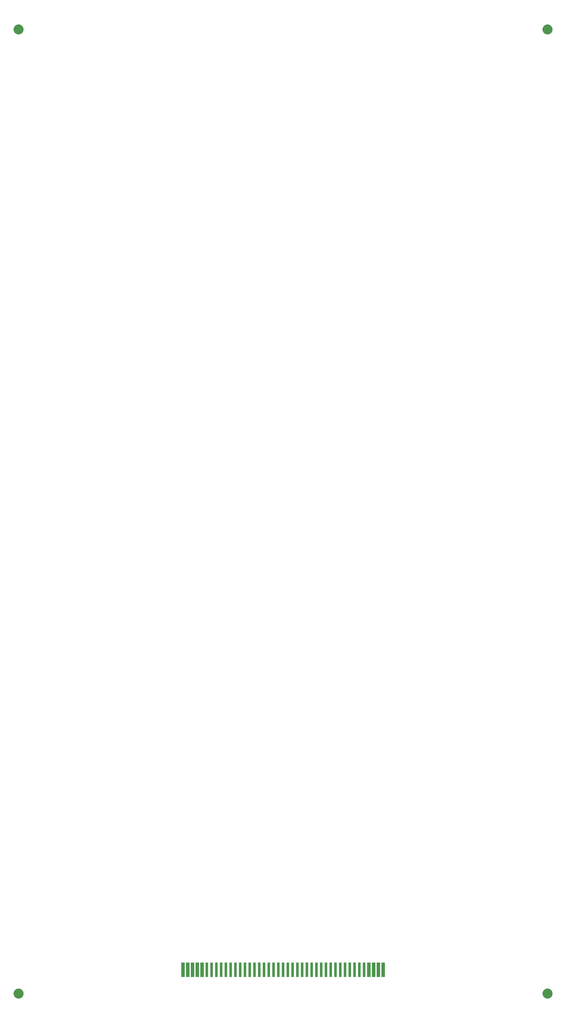
<source format=gbr>
G04 #@! TF.GenerationSoftware,KiCad,Pcbnew,(5.1.5)-3*
G04 #@! TF.CreationDate,2021-05-26T21:19:59-06:00*
G04 #@! TF.ProjectId,star_wars_arcade_main_pcb,73746172-5f77-4617-9273-5f6172636164,rev?*
G04 #@! TF.SameCoordinates,Original*
G04 #@! TF.FileFunction,Soldermask,Bot*
G04 #@! TF.FilePolarity,Negative*
%FSLAX46Y46*%
G04 Gerber Fmt 4.6, Leading zero omitted, Abs format (unit mm)*
G04 Created by KiCad (PCBNEW (5.1.5)-3) date 2021-05-26 21:19:59*
%MOMM*%
%LPD*%
G04 APERTURE LIST*
%ADD10C,0.100000*%
G04 APERTURE END LIST*
D10*
G36*
X311924288Y-551167510D02*
G01*
X312407376Y-551367612D01*
X312407377Y-551367613D01*
X312842145Y-551658115D01*
X313211885Y-552027855D01*
X313405992Y-552318358D01*
X313502388Y-552462624D01*
X313702490Y-552945712D01*
X313804500Y-553458553D01*
X313804500Y-553981447D01*
X313702490Y-554494288D01*
X313502388Y-554977376D01*
X313502387Y-554977377D01*
X313211885Y-555412145D01*
X312842145Y-555781885D01*
X312551642Y-555975992D01*
X312407376Y-556072388D01*
X311924288Y-556272490D01*
X311411447Y-556374500D01*
X310888553Y-556374500D01*
X310375712Y-556272490D01*
X309892624Y-556072388D01*
X309748358Y-555975992D01*
X309457855Y-555781885D01*
X309088115Y-555412145D01*
X308797613Y-554977377D01*
X308797612Y-554977376D01*
X308597510Y-554494288D01*
X308495500Y-553981447D01*
X308495500Y-553458553D01*
X308597510Y-552945712D01*
X308797612Y-552462624D01*
X308894008Y-552318358D01*
X309088115Y-552027855D01*
X309457855Y-551658115D01*
X309892623Y-551367613D01*
X309892624Y-551367612D01*
X310375712Y-551167510D01*
X310888553Y-551065500D01*
X311411447Y-551065500D01*
X311924288Y-551167510D01*
G37*
G36*
X29984288Y-551167510D02*
G01*
X30467376Y-551367612D01*
X30467377Y-551367613D01*
X30902145Y-551658115D01*
X31271885Y-552027855D01*
X31465992Y-552318358D01*
X31562388Y-552462624D01*
X31762490Y-552945712D01*
X31864500Y-553458553D01*
X31864500Y-553981447D01*
X31762490Y-554494288D01*
X31562388Y-554977376D01*
X31562387Y-554977377D01*
X31271885Y-555412145D01*
X30902145Y-555781885D01*
X30611642Y-555975992D01*
X30467376Y-556072388D01*
X29984288Y-556272490D01*
X29471447Y-556374500D01*
X28948553Y-556374500D01*
X28435712Y-556272490D01*
X27952624Y-556072388D01*
X27808358Y-555975992D01*
X27517855Y-555781885D01*
X27148115Y-555412145D01*
X26857613Y-554977377D01*
X26857612Y-554977376D01*
X26657510Y-554494288D01*
X26555500Y-553981447D01*
X26555500Y-553458553D01*
X26657510Y-552945712D01*
X26857612Y-552462624D01*
X26954008Y-552318358D01*
X27148115Y-552027855D01*
X27517855Y-551658115D01*
X27952623Y-551367613D01*
X27952624Y-551367612D01*
X28435712Y-551167510D01*
X28948553Y-551065500D01*
X29471447Y-551065500D01*
X29984288Y-551167510D01*
G37*
G36*
X150546000Y-544881000D02*
G01*
X149174000Y-544881000D01*
X149174000Y-537159000D01*
X150546000Y-537159000D01*
X150546000Y-544881000D01*
G37*
G36*
X148006000Y-544881000D02*
G01*
X146634000Y-544881000D01*
X146634000Y-537159000D01*
X148006000Y-537159000D01*
X148006000Y-544881000D01*
G37*
G36*
X173406000Y-544881000D02*
G01*
X172034000Y-544881000D01*
X172034000Y-537159000D01*
X173406000Y-537159000D01*
X173406000Y-544881000D01*
G37*
G36*
X170866000Y-544881000D02*
G01*
X169494000Y-544881000D01*
X169494000Y-537159000D01*
X170866000Y-537159000D01*
X170866000Y-544881000D01*
G37*
G36*
X168326000Y-544881000D02*
G01*
X166954000Y-544881000D01*
X166954000Y-537159000D01*
X168326000Y-537159000D01*
X168326000Y-544881000D01*
G37*
G36*
X165786000Y-544881000D02*
G01*
X164414000Y-544881000D01*
X164414000Y-537159000D01*
X165786000Y-537159000D01*
X165786000Y-544881000D01*
G37*
G36*
X163246000Y-544881000D02*
G01*
X161874000Y-544881000D01*
X161874000Y-537159000D01*
X163246000Y-537159000D01*
X163246000Y-544881000D01*
G37*
G36*
X160706000Y-544881000D02*
G01*
X159334000Y-544881000D01*
X159334000Y-537159000D01*
X160706000Y-537159000D01*
X160706000Y-544881000D01*
G37*
G36*
X158166000Y-544881000D02*
G01*
X156794000Y-544881000D01*
X156794000Y-537159000D01*
X158166000Y-537159000D01*
X158166000Y-544881000D01*
G37*
G36*
X155626000Y-544881000D02*
G01*
X154254000Y-544881000D01*
X154254000Y-537159000D01*
X155626000Y-537159000D01*
X155626000Y-544881000D01*
G37*
G36*
X153086000Y-544881000D02*
G01*
X151714000Y-544881000D01*
X151714000Y-537159000D01*
X153086000Y-537159000D01*
X153086000Y-544881000D01*
G37*
G36*
X122860000Y-544881000D02*
G01*
X120980000Y-544881000D01*
X120980000Y-537159000D01*
X122860000Y-537159000D01*
X122860000Y-544881000D01*
G37*
G36*
X175946000Y-544881000D02*
G01*
X174574000Y-544881000D01*
X174574000Y-537159000D01*
X175946000Y-537159000D01*
X175946000Y-544881000D01*
G37*
G36*
X145466000Y-544881000D02*
G01*
X144094000Y-544881000D01*
X144094000Y-537159000D01*
X145466000Y-537159000D01*
X145466000Y-544881000D01*
G37*
G36*
X142926000Y-544881000D02*
G01*
X141554000Y-544881000D01*
X141554000Y-537159000D01*
X142926000Y-537159000D01*
X142926000Y-544881000D01*
G37*
G36*
X140386000Y-544881000D02*
G01*
X139014000Y-544881000D01*
X139014000Y-537159000D01*
X140386000Y-537159000D01*
X140386000Y-544881000D01*
G37*
G36*
X137846000Y-544881000D02*
G01*
X136474000Y-544881000D01*
X136474000Y-537159000D01*
X137846000Y-537159000D01*
X137846000Y-544881000D01*
G37*
G36*
X135306000Y-544881000D02*
G01*
X133934000Y-544881000D01*
X133934000Y-537159000D01*
X135306000Y-537159000D01*
X135306000Y-544881000D01*
G37*
G36*
X132766000Y-544881000D02*
G01*
X131394000Y-544881000D01*
X131394000Y-537159000D01*
X132766000Y-537159000D01*
X132766000Y-544881000D01*
G37*
G36*
X130226000Y-544881000D02*
G01*
X128854000Y-544881000D01*
X128854000Y-537159000D01*
X130226000Y-537159000D01*
X130226000Y-544881000D01*
G37*
G36*
X127940000Y-544881000D02*
G01*
X126060000Y-544881000D01*
X126060000Y-537159000D01*
X127940000Y-537159000D01*
X127940000Y-544881000D01*
G37*
G36*
X125400000Y-544881000D02*
G01*
X123520000Y-544881000D01*
X123520000Y-537159000D01*
X125400000Y-537159000D01*
X125400000Y-544881000D01*
G37*
G36*
X208966000Y-544881000D02*
G01*
X207594000Y-544881000D01*
X207594000Y-537159000D01*
X208966000Y-537159000D01*
X208966000Y-544881000D01*
G37*
G36*
X203886000Y-544881000D02*
G01*
X202514000Y-544881000D01*
X202514000Y-537159000D01*
X203886000Y-537159000D01*
X203886000Y-544881000D01*
G37*
G36*
X117780000Y-544881000D02*
G01*
X115900000Y-544881000D01*
X115900000Y-537159000D01*
X117780000Y-537159000D01*
X117780000Y-544881000D01*
G37*
G36*
X181026000Y-544881000D02*
G01*
X179654000Y-544881000D01*
X179654000Y-537159000D01*
X181026000Y-537159000D01*
X181026000Y-544881000D01*
G37*
G36*
X183566000Y-544881000D02*
G01*
X182194000Y-544881000D01*
X182194000Y-537159000D01*
X183566000Y-537159000D01*
X183566000Y-544881000D01*
G37*
G36*
X186106000Y-544881000D02*
G01*
X184734000Y-544881000D01*
X184734000Y-537159000D01*
X186106000Y-537159000D01*
X186106000Y-544881000D01*
G37*
G36*
X188646000Y-544881000D02*
G01*
X187274000Y-544881000D01*
X187274000Y-537159000D01*
X188646000Y-537159000D01*
X188646000Y-544881000D01*
G37*
G36*
X191186000Y-544881000D02*
G01*
X189814000Y-544881000D01*
X189814000Y-537159000D01*
X191186000Y-537159000D01*
X191186000Y-544881000D01*
G37*
G36*
X193726000Y-544881000D02*
G01*
X192354000Y-544881000D01*
X192354000Y-537159000D01*
X193726000Y-537159000D01*
X193726000Y-544881000D01*
G37*
G36*
X196266000Y-544881000D02*
G01*
X194894000Y-544881000D01*
X194894000Y-537159000D01*
X196266000Y-537159000D01*
X196266000Y-544881000D01*
G37*
G36*
X198806000Y-544881000D02*
G01*
X197434000Y-544881000D01*
X197434000Y-537159000D01*
X198806000Y-537159000D01*
X198806000Y-544881000D01*
G37*
G36*
X201346000Y-544881000D02*
G01*
X199974000Y-544881000D01*
X199974000Y-537159000D01*
X201346000Y-537159000D01*
X201346000Y-544881000D01*
G37*
G36*
X120320000Y-544881000D02*
G01*
X118440000Y-544881000D01*
X118440000Y-537159000D01*
X120320000Y-537159000D01*
X120320000Y-544881000D01*
G37*
G36*
X206426000Y-544881000D02*
G01*
X205054000Y-544881000D01*
X205054000Y-537159000D01*
X206426000Y-537159000D01*
X206426000Y-544881000D01*
G37*
G36*
X224460000Y-544881000D02*
G01*
X222580000Y-544881000D01*
X222580000Y-537159000D01*
X224460000Y-537159000D01*
X224460000Y-544881000D01*
G37*
G36*
X221920000Y-544881000D02*
G01*
X220040000Y-544881000D01*
X220040000Y-537159000D01*
X221920000Y-537159000D01*
X221920000Y-544881000D01*
G37*
G36*
X219380000Y-544881000D02*
G01*
X217500000Y-544881000D01*
X217500000Y-537159000D01*
X219380000Y-537159000D01*
X219380000Y-544881000D01*
G37*
G36*
X216840000Y-544881000D02*
G01*
X214960000Y-544881000D01*
X214960000Y-537159000D01*
X216840000Y-537159000D01*
X216840000Y-544881000D01*
G37*
G36*
X214046000Y-544881000D02*
G01*
X212674000Y-544881000D01*
X212674000Y-537159000D01*
X214046000Y-537159000D01*
X214046000Y-544881000D01*
G37*
G36*
X211506000Y-544881000D02*
G01*
X210134000Y-544881000D01*
X210134000Y-537159000D01*
X211506000Y-537159000D01*
X211506000Y-544881000D01*
G37*
G36*
X178486000Y-544881000D02*
G01*
X177114000Y-544881000D01*
X177114000Y-537159000D01*
X178486000Y-537159000D01*
X178486000Y-544881000D01*
G37*
G36*
X311924288Y-36817510D02*
G01*
X312407376Y-37017612D01*
X312407377Y-37017613D01*
X312842145Y-37308115D01*
X313211885Y-37677855D01*
X313405992Y-37968358D01*
X313502388Y-38112624D01*
X313702490Y-38595712D01*
X313804500Y-39108553D01*
X313804500Y-39631447D01*
X313702490Y-40144288D01*
X313502388Y-40627376D01*
X313502387Y-40627377D01*
X313211885Y-41062145D01*
X312842145Y-41431885D01*
X312551642Y-41625992D01*
X312407376Y-41722388D01*
X311924288Y-41922490D01*
X311411447Y-42024500D01*
X310888553Y-42024500D01*
X310375712Y-41922490D01*
X309892624Y-41722388D01*
X309748358Y-41625992D01*
X309457855Y-41431885D01*
X309088115Y-41062145D01*
X308797613Y-40627377D01*
X308797612Y-40627376D01*
X308597510Y-40144288D01*
X308495500Y-39631447D01*
X308495500Y-39108553D01*
X308597510Y-38595712D01*
X308797612Y-38112624D01*
X308894008Y-37968358D01*
X309088115Y-37677855D01*
X309457855Y-37308115D01*
X309892623Y-37017613D01*
X309892624Y-37017612D01*
X310375712Y-36817510D01*
X310888553Y-36715500D01*
X311411447Y-36715500D01*
X311924288Y-36817510D01*
G37*
G36*
X29984288Y-36817510D02*
G01*
X30467376Y-37017612D01*
X30467377Y-37017613D01*
X30902145Y-37308115D01*
X31271885Y-37677855D01*
X31465992Y-37968358D01*
X31562388Y-38112624D01*
X31762490Y-38595712D01*
X31864500Y-39108553D01*
X31864500Y-39631447D01*
X31762490Y-40144288D01*
X31562388Y-40627376D01*
X31562387Y-40627377D01*
X31271885Y-41062145D01*
X30902145Y-41431885D01*
X30611642Y-41625992D01*
X30467376Y-41722388D01*
X29984288Y-41922490D01*
X29471447Y-42024500D01*
X28948553Y-42024500D01*
X28435712Y-41922490D01*
X27952624Y-41722388D01*
X27808358Y-41625992D01*
X27517855Y-41431885D01*
X27148115Y-41062145D01*
X26857613Y-40627377D01*
X26857612Y-40627376D01*
X26657510Y-40144288D01*
X26555500Y-39631447D01*
X26555500Y-39108553D01*
X26657510Y-38595712D01*
X26857612Y-38112624D01*
X26954008Y-37968358D01*
X27148115Y-37677855D01*
X27517855Y-37308115D01*
X27952623Y-37017613D01*
X27952624Y-37017612D01*
X28435712Y-36817510D01*
X28948553Y-36715500D01*
X29471447Y-36715500D01*
X29984288Y-36817510D01*
G37*
M02*

</source>
